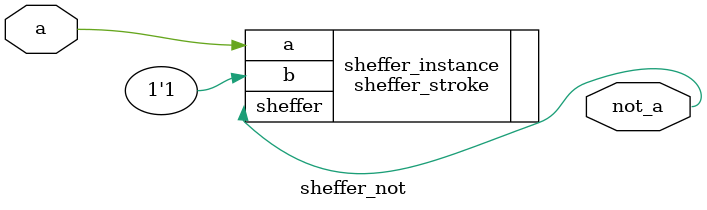
<source format=sv>
module sheffer_not(
    input logic a,
    output logic not_a
);
    sheffer_stroke sheffer_instance(
        .a(a),
        .b(1'b1),
        .sheffer(not_a)
    );
endmodule

</source>
